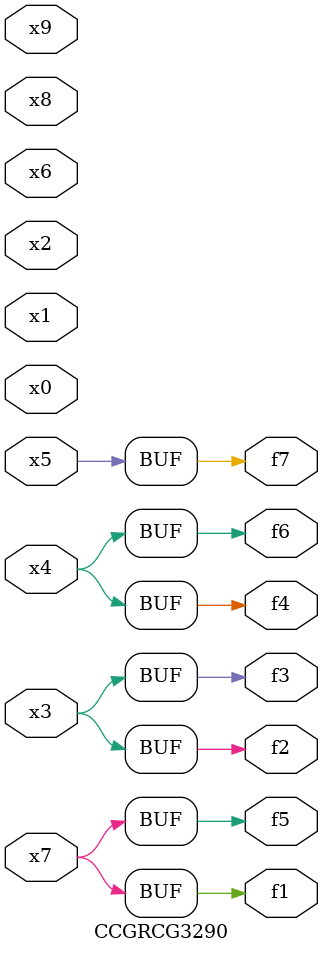
<source format=v>
module CCGRCG3290(
	input x0, x1, x2, x3, x4, x5, x6, x7, x8, x9,
	output f1, f2, f3, f4, f5, f6, f7
);
	assign f1 = x7;
	assign f2 = x3;
	assign f3 = x3;
	assign f4 = x4;
	assign f5 = x7;
	assign f6 = x4;
	assign f7 = x5;
endmodule

</source>
